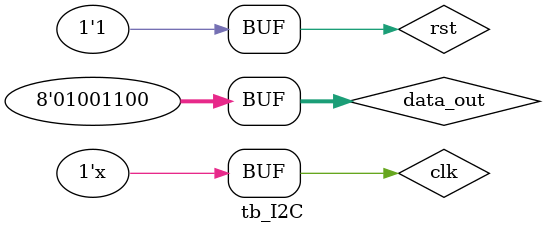
<source format=v>
`timescale 1ns/1ns

module tb_I2C;

	reg clk;
	wire scl;
	wire sda;
	
	reg rw;
	wire sda_in;
	reg sda_out;
	
	reg[0:7] data_in;
	reg[0:7] data_out;
	
	assign sda = (rw ? 8'bz : sda_out);
	assign sda_in = (rw ? sda : 8'bz);
	
	reg[3:0] pos;
	reg[1:0] status;
	reg transaction;
	
	reg sda_in1;
	reg sda_in2;
	
	reg scl1;
	reg scl2;
	
	reg ack;
	wire nack;
	
	reg start_con;
	reg stop_con;
	
	reg rst;
	
	assign nack = ~ack;
	
	parameter ADDRESS = 7'h26;
	parameter READ_ADDRESS = 0;
	parameter READ_DATA = 1;
	parameter WRITE_DATA = 2;
	
	
	wire MSTR;
	wire MSSB;
	wire[2:0] MSST;
	wire[3:0] MSPS;
	wire MSAK;
	wire[7:0] MSDO,MSDI;
	wire[31:0] round;
	FPGA_I2C i2c(.CLK(clk),.RST(rst),.SCL(scl),.SDA(sda)
					,.transaction(MSTR),.START_BIT(MSSB),.status(MSST),.pos(MSPS),.ACK(MSAK),.DATA_OUT(MSDO),.DATA_IN(MSDI),.round(round));
	
	initial begin
		data_out = 8'h4C;
		data_in = 0;
		sda_out = 1;
		clk = 0;
		rw = 1;
		pos = 0;
		status = 0;
		transaction = 0;
		
		sda_in2 = 1;
		sda_in1 = 1;
		
		scl2 = 0;
		scl1 = 0;
		
		ack = 0;
		
		start_con = 0;
		stop_con = 0;
		
		rst = 0;
		#10 rst = 1;
	end

	always @(posedge clk) begin
		if(rw) begin
			sda_in2 <= sda_in1;
			sda_in1 <= sda_in;
		end else begin
			sda_in2 <= 1;
			sda_in1 <= 1;
		end
		
		scl2 <= scl1;
		scl1 <= scl;
	end
	
	always @(posedge clk) begin
		if(scl && rw) begin
			if(!sda_in1 & sda_in2) start_con <= 1;
			else if(sda_in1 & !sda_in2) stop_con <= 1;
		end
		
		if(start_con && (scl1 ^ scl2)) begin 
			start_con <= 0;
			transaction <= 1;
		end
		
		if(stop_con) begin
			stop_con <= 0;
			transaction <= 0;
		end
	end
	
	
	always @(posedge clk) begin
		if(!transaction) status <= 0;
		else if(transaction) begin
			case(status)
				READ_ADDRESS : begin
					if(scl && pos < 8) data_in[pos] <= sda_in;
					else if(!scl && pos == 8) begin
						rw = 0;
						sda_out <= 0;
					end else if(!scl && pos > 8) begin
						pos <= 0;
						if(data_in[0:6] == ADDRESS) begin
							if(!data_in[7]) status <= READ_DATA;
							else status <= WRITE_DATA;
						end else status <= 3;
						rw = 1;
					end
				end
				
				READ_DATA : begin
					if(scl && pos < 8) data_in[pos] <= sda_in;
					else if(!scl && pos == 8)begin
						rw = 0;
						sda_out <= 0;
					end else if(!scl && pos > 8) begin
						pos <= 0;
						status <= 3;
						rw = 1;
					end
				end
				
				WRITE_DATA : begin
					if(!scl) begin
						rw = 0;
						if(pos < 8) sda_out <= data_out[pos];
						else if(pos == 8) sda_out <= 0;
						else begin
							pos <= 0;
							status <= 3;
						end
					end else if(scl && pos == 8)begin
						rw = 1;
						if(sda_in) ack <= 0;
						else ack <= 1;
					end
				end
				
				default : begin
					rw = 1;
					pos <= 0;
				end
				
			endcase
			
			if(scl1^scl2) begin
				if(!scl) pos <= pos + 1;
			end
		end
	end

	always #10 clk = ~clk;
	
endmodule
</source>
